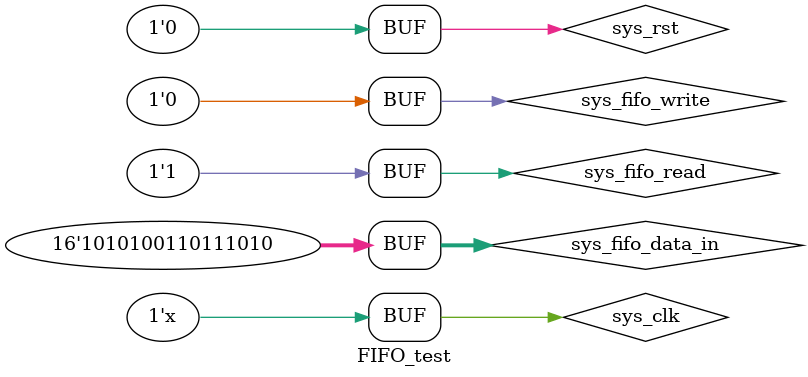
<source format=sv>
`define WIDTH_dut 16
`define DEPTH_dut 16


module FIFO_test;
// define necessary inputs-outputs
bit sys_rst,sys_clk,sys_fifo_write,sys_fifo_read,sys_fifo_full,sys_fifo_empty;

logic [`WIDTH_dut-1:0] sys_fifo_data_in,sys_fifo_data_out;
//Instantiate FIFO module
FIFO FIFO_dut(.clk(sys_clk),.rst(sys_rst),.fifo_write(sys_fifo_write),.fifo_read(sys_fifo_read),.fifo_full(sys_fifo_full),.fifo_empty(sys_fifo_empty),
.fifo_data_in(sys_fifo_data_in),.fifo_data_out(sys_fifo_data_out) );
//bind to property module
bind FIFO_dut FIFO_property FIFO_bind(.pclk(clk),.prst(rst),.pfifo_write(fifo_write),.pfifo_read(fifo_read),.pfifo_full(fifo_full),
.pfifo_empty(fifo_empty),.pfifo_data_in(fifo_data_in),.pfifo_data_out(fifo_data_out),.pwrt_ptr(FIFO_dut.wr_ptr),.prd_ptr(FIFO_dut.rd_ptr),.pcnt(FIFO_dut.cnt) );

//create clock for simulation
always #1 sys_clk = !sys_clk;
initial begin
sys_rst=1'b0; //reset FIFO to initialise contents

#2
sys_rst=1'b1; // deassert reset
sys_fifo_write=1'b1; //start writing data to stack
sys_fifo_data_in=16'b0001100011101001; //input data
#2
sys_fifo_data_in=16'b1111111011110011 ; //next input data
#2
sys_fifo_data_in=16'b1010100110111010 ; //next input data
#2
sys_fifo_write=1'b0;
sys_fifo_read=1'b1; 
#4 // read for 2 clock periods
sys_fifo_read=1'b0;
sys_fifo_write=1'b1;
#30 // perform 15 writes
//do nothing here, check for write pointer stability
#2
sys_fifo_write=1'b0; // stop writing request
sys_fifo_read=1'b1; // start reading
#32 // read all data from stack
//do nothing here, check for read pointer stability
#2
sys_rst=1'b0; //reset and finish

end

endmodule 

</source>
